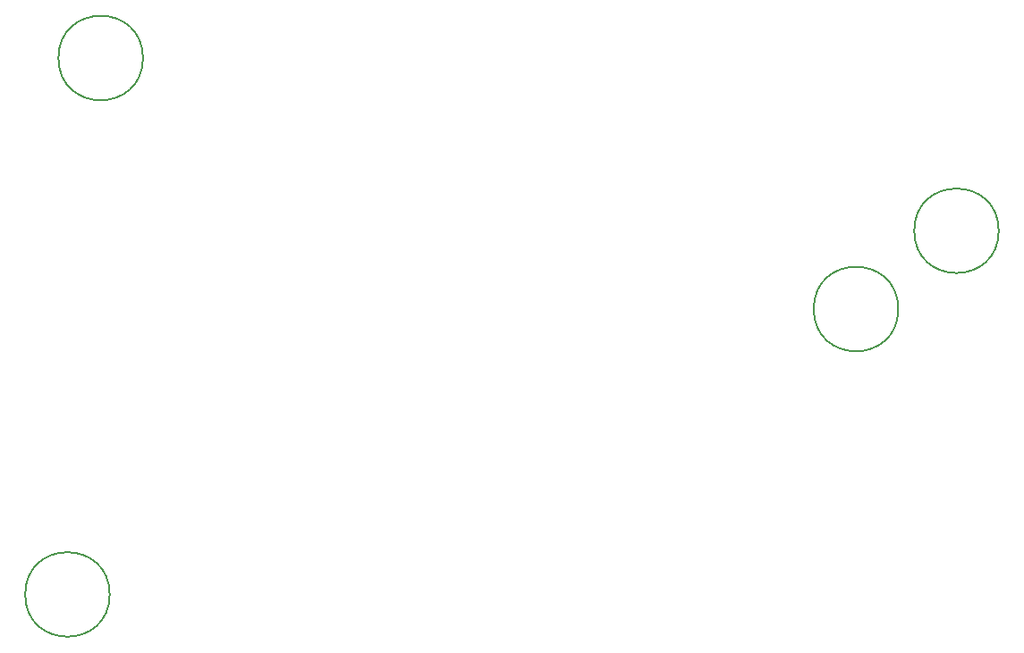
<source format=gbo>
G04 #@! TF.FileFunction,Legend,Bot*
%FSLAX46Y46*%
G04 Gerber Fmt 4.6, Leading zero omitted, Abs format (unit mm)*
G04 Created by KiCad (PCBNEW 4.0.7) date 10/08/18 18:30:47*
%MOMM*%
%LPD*%
G01*
G04 APERTURE LIST*
%ADD10C,2.000000*%
%ADD11C,0.150000*%
G04 APERTURE END LIST*
D10*
D11*
X65214500Y-107162600D02*
G75*
G03X65214500Y-107162600I-4000500J0D01*
G01*
X68364100Y-56319420D02*
G75*
G03X68364100Y-56319420I-4000500J0D01*
G01*
X149382493Y-72694800D02*
G75*
G03X149382493Y-72694800I-4000513J0D01*
G01*
X139870180Y-80111600D02*
G75*
G03X139870180Y-80111600I-4003040J0D01*
G01*
M02*

</source>
